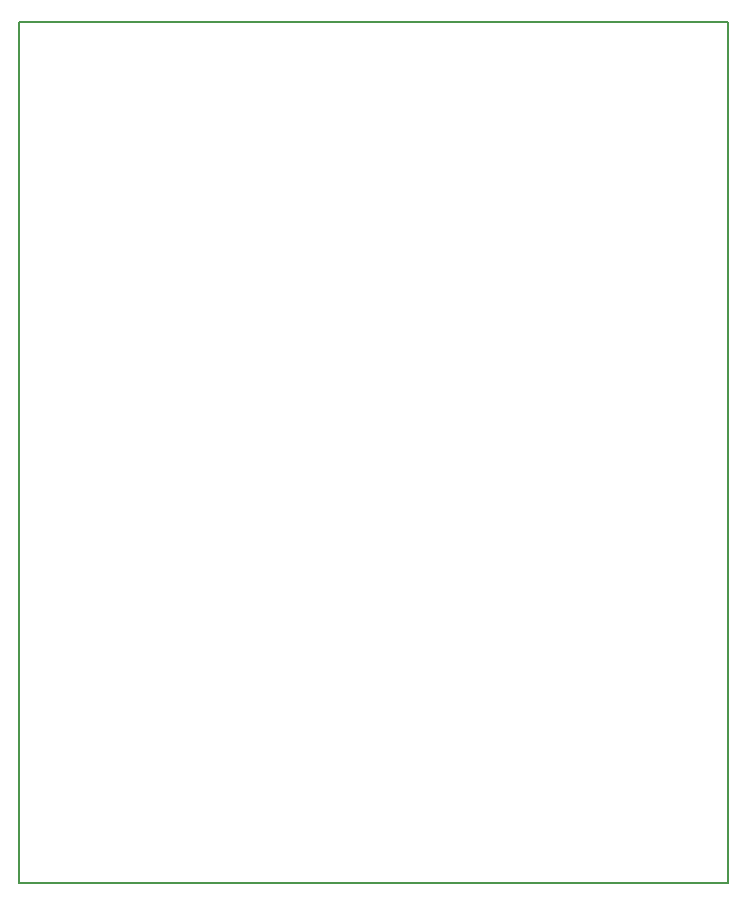
<source format=gm1>
G04*
G04 #@! TF.GenerationSoftware,Altium Limited,Altium Designer,21.8.1 (53)*
G04*
G04 Layer_Color=16711935*
%FSAX44Y44*%
%MOMM*%
G71*
G04*
G04 #@! TF.SameCoordinates,34400FFA-6FB8-4BC9-BD0D-8C69DA3767B6*
G04*
G04*
G04 #@! TF.FilePolarity,Positive*
G04*
G01*
G75*
%ADD10C,0.2000*%
D10*
X00000000Y00000000D02*
X00600000D01*
Y00729000D01*
X00000000D02*
X00600000D01*
X00000000Y00600000D02*
Y00729000D01*
Y00000000D02*
Y00729000D01*
M02*

</source>
